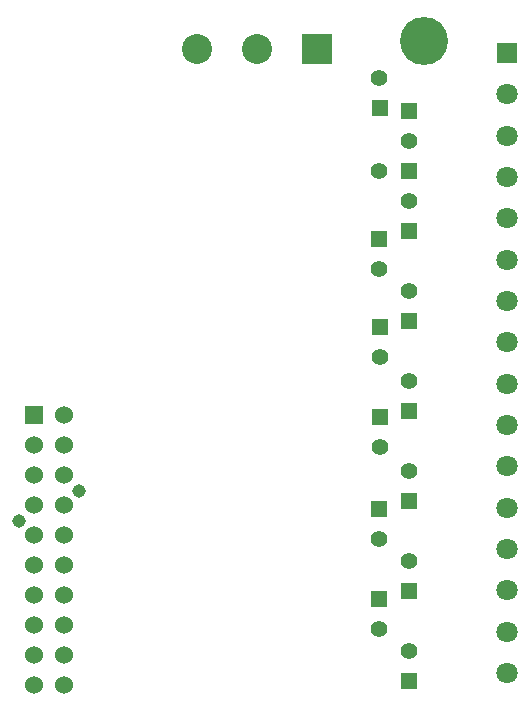
<source format=gbs>
G04 (created by PCBNEW (2013-07-07 BZR 4022)-stable) date 12/03/2014 13:56:11*
%MOIN*%
G04 Gerber Fmt 3.4, Leading zero omitted, Abs format*
%FSLAX34Y34*%
G01*
G70*
G90*
G04 APERTURE LIST*
%ADD10C,0.00590551*%
%ADD11C,0.0708661*%
%ADD12R,0.0708661X0.0708661*%
%ADD13R,0.06X0.06*%
%ADD14C,0.06*%
%ADD15R,0.055X0.055*%
%ADD16C,0.055*%
%ADD17R,0.1X0.1*%
%ADD18C,0.1*%
%ADD19C,0.045*%
%ADD20C,0.16*%
G04 APERTURE END LIST*
G54D10*
G54D11*
X85750Y-58584D03*
X85750Y-57206D03*
G54D12*
X85750Y-37915D03*
G54D11*
X85750Y-39293D03*
X85750Y-40671D03*
X85750Y-42049D03*
X85750Y-43427D03*
X85750Y-44805D03*
X85750Y-46183D03*
X85750Y-47561D03*
X85750Y-48938D03*
X85750Y-50316D03*
X85750Y-51694D03*
X85750Y-53072D03*
X85750Y-54450D03*
X85750Y-55828D03*
G54D13*
X70000Y-49984D03*
G54D14*
X71000Y-49984D03*
X70000Y-50984D03*
X71000Y-50984D03*
X70000Y-51984D03*
X71000Y-51984D03*
X70000Y-52984D03*
X71000Y-52984D03*
X70000Y-53984D03*
X71000Y-53984D03*
X70000Y-54984D03*
X71000Y-54984D03*
X70000Y-55984D03*
X71000Y-55984D03*
X70000Y-56984D03*
X71000Y-56984D03*
X70000Y-57984D03*
X71000Y-57984D03*
X70000Y-58984D03*
X71000Y-58984D03*
G54D15*
X81475Y-53100D03*
G54D16*
X81475Y-54100D03*
G54D15*
X81475Y-44100D03*
G54D16*
X81475Y-45100D03*
G54D15*
X82475Y-52850D03*
G54D16*
X82475Y-51850D03*
G54D15*
X82475Y-43850D03*
G54D16*
X82475Y-42850D03*
G54D15*
X81525Y-50050D03*
G54D16*
X81525Y-51050D03*
G54D15*
X82475Y-39850D03*
G54D16*
X82475Y-40850D03*
G54D17*
X79425Y-37775D03*
G54D18*
X77425Y-37775D03*
X75425Y-37775D03*
G54D15*
X82475Y-46850D03*
G54D16*
X82475Y-45850D03*
G54D15*
X82475Y-55850D03*
G54D16*
X82475Y-54850D03*
G54D15*
X81525Y-47050D03*
G54D16*
X81525Y-48050D03*
G54D15*
X81475Y-56100D03*
G54D16*
X81475Y-57100D03*
G54D15*
X82475Y-49850D03*
G54D16*
X82475Y-48850D03*
G54D15*
X82475Y-58850D03*
G54D16*
X82475Y-57850D03*
G54D15*
X81525Y-39750D03*
G54D16*
X81500Y-38750D03*
G54D15*
X82475Y-41850D03*
G54D16*
X81475Y-41850D03*
G54D19*
X69500Y-53500D03*
X71500Y-52500D03*
G54D20*
X83000Y-37500D03*
M02*

</source>
